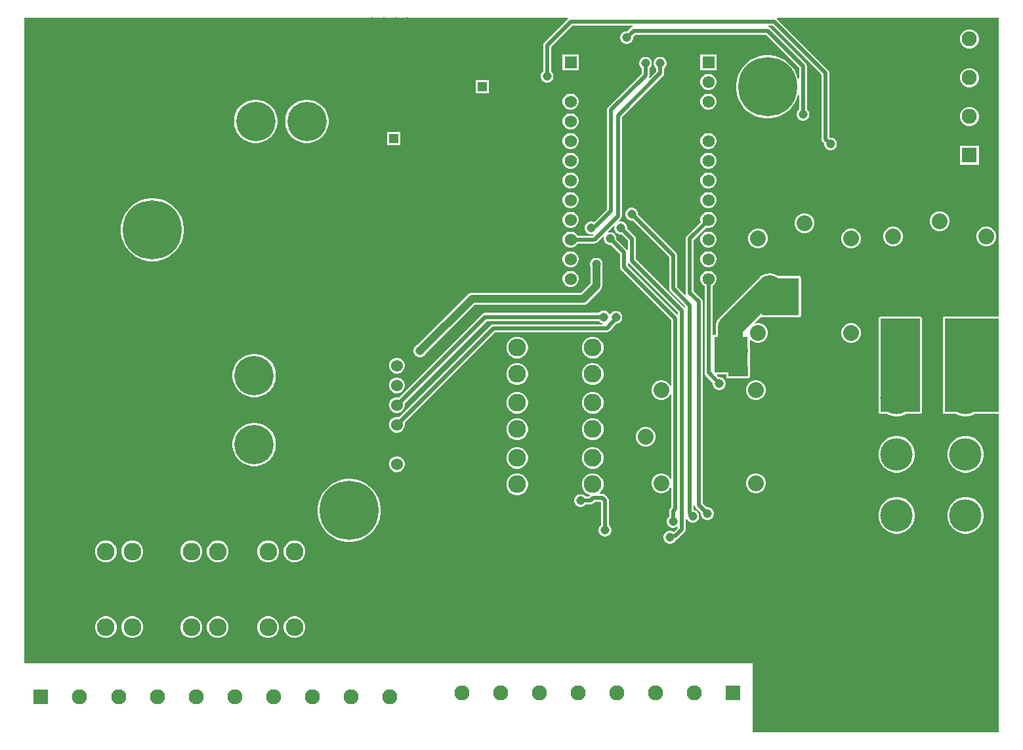
<source format=gbl>
G04*
G04 #@! TF.GenerationSoftware,Altium Limited,Altium Designer,21.6.4 (81)*
G04*
G04 Layer_Physical_Order=2*
G04 Layer_Color=16711680*
%FSLAX25Y25*%
%MOIN*%
G70*
G04*
G04 #@! TF.SameCoordinates,954FB955-D8E7-4683-B3BB-D37EB7A61878*
G04*
G04*
G04 #@! TF.FilePolarity,Positive*
G04*
G01*
G75*
%ADD15C,0.02000*%
%ADD61C,0.12500*%
%ADD62C,0.04000*%
%ADD85C,0.09000*%
%ADD86C,0.07677*%
%ADD87R,0.07677X0.07677*%
%ADD88R,0.07677X0.07677*%
%ADD89C,0.16500*%
%ADD90C,0.04724*%
%ADD91R,0.04724X0.04724*%
%ADD92C,0.20000*%
%ADD93C,0.08000*%
%ADD94C,0.06000*%
%ADD95C,0.06142*%
%ADD96R,0.06142X0.06142*%
%ADD97C,0.04500*%
%ADD98C,0.30000*%
%ADD99R,0.19000X0.19000*%
%ADD100R,0.10000X0.03000*%
%ADD101R,0.17000X0.17930*%
%ADD102R,0.27500X0.47500*%
%ADD103R,0.20000X0.47500*%
G36*
X497500Y217500D02*
Y213520D01*
X470000D01*
X469610Y213442D01*
X469279Y213221D01*
X469058Y212890D01*
X468980Y212500D01*
Y165000D01*
X469058Y164610D01*
X469279Y164279D01*
X469610Y164058D01*
X470000Y163980D01*
X475953D01*
X476219Y163803D01*
X477902Y163105D01*
X479689Y162750D01*
X481511D01*
X483298Y163105D01*
X484981Y163803D01*
X485247Y163980D01*
X497500D01*
Y2500D01*
X372500D01*
Y37500D01*
X2500D01*
Y365000D01*
X278493D01*
X278645Y364500D01*
X278558Y364442D01*
X267558Y353442D01*
X267558Y353442D01*
X266558Y352442D01*
X266116Y351780D01*
X265961Y351000D01*
Y338057D01*
X265399Y337495D01*
X264971Y336754D01*
X264750Y335928D01*
Y335072D01*
X264971Y334246D01*
X265399Y333505D01*
X266004Y332899D01*
X266746Y332471D01*
X267572Y332250D01*
X268428D01*
X269254Y332471D01*
X269995Y332899D01*
X270601Y333505D01*
X271028Y334246D01*
X271250Y335072D01*
Y335928D01*
X271028Y336754D01*
X270601Y337495D01*
X270039Y338057D01*
Y350155D01*
X270442Y350558D01*
X270442Y350558D01*
X280845Y360961D01*
X311557D01*
X311606Y360461D01*
X311220Y360384D01*
X310558Y359942D01*
X308866Y358250D01*
X308072D01*
X307246Y358029D01*
X306505Y357601D01*
X305899Y356996D01*
X305471Y356254D01*
X305250Y355428D01*
Y354572D01*
X305471Y353746D01*
X305899Y353005D01*
X306505Y352399D01*
X307246Y351972D01*
X308072Y351750D01*
X308928D01*
X309754Y351972D01*
X310495Y352399D01*
X311101Y353005D01*
X311528Y353746D01*
X311750Y354572D01*
Y355366D01*
X312845Y356461D01*
X379155D01*
X395961Y339655D01*
Y334273D01*
X395461Y334194D01*
X394828Y336142D01*
X393684Y338386D01*
X392204Y340423D01*
X390423Y342204D01*
X388386Y343684D01*
X386142Y344828D01*
X383747Y345606D01*
X381259Y346000D01*
X378741D01*
X376253Y345606D01*
X373858Y344828D01*
X371614Y343684D01*
X369577Y342204D01*
X367796Y340423D01*
X366316Y338386D01*
X365172Y336142D01*
X364394Y333747D01*
X364000Y331259D01*
Y328741D01*
X364394Y326253D01*
X365172Y323858D01*
X366316Y321614D01*
X367796Y319577D01*
X369577Y317796D01*
X371614Y316316D01*
X373858Y315172D01*
X376253Y314394D01*
X378741Y314000D01*
X381259D01*
X383747Y314394D01*
X386142Y315172D01*
X388386Y316316D01*
X390423Y317796D01*
X392204Y319577D01*
X393684Y321614D01*
X394828Y323858D01*
X395461Y325806D01*
X395961Y325727D01*
Y318557D01*
X395399Y317996D01*
X394971Y317254D01*
X394750Y316428D01*
Y315572D01*
X394971Y314746D01*
X395399Y314004D01*
X396005Y313399D01*
X396746Y312971D01*
X397572Y312750D01*
X398428D01*
X399254Y312971D01*
X399995Y313399D01*
X400601Y314004D01*
X401028Y314746D01*
X401250Y315572D01*
Y316428D01*
X401028Y317254D01*
X400601Y317996D01*
X400039Y318557D01*
Y340500D01*
X399884Y341280D01*
X399442Y341942D01*
X381442Y359942D01*
X380780Y360384D01*
X380394Y360461D01*
X380443Y360961D01*
X382655D01*
X407461Y336155D01*
Y303500D01*
X407616Y302720D01*
X408058Y302058D01*
X408750Y301366D01*
Y300572D01*
X408972Y299746D01*
X409399Y299005D01*
X410005Y298399D01*
X410746Y297972D01*
X411572Y297750D01*
X412428D01*
X413254Y297972D01*
X413996Y298399D01*
X414601Y299005D01*
X415028Y299746D01*
X415250Y300572D01*
Y301428D01*
X415028Y302254D01*
X414601Y302995D01*
X413996Y303601D01*
X413254Y304029D01*
X412428Y304250D01*
X411634D01*
X411539Y304345D01*
Y337000D01*
X411384Y337780D01*
X410942Y338442D01*
X384942Y364442D01*
X384855Y364500D01*
X385007Y365000D01*
X497500D01*
Y217500D01*
D02*
G37*
%LPC*%
G36*
X483137Y359209D02*
X481863D01*
X480632Y358879D01*
X479529Y358242D01*
X478628Y357341D01*
X477991Y356238D01*
X477661Y355007D01*
Y353733D01*
X477991Y352502D01*
X478628Y351399D01*
X479529Y350498D01*
X480632Y349861D01*
X481863Y349532D01*
X483137D01*
X484368Y349861D01*
X485471Y350498D01*
X486372Y351399D01*
X487009Y352502D01*
X487339Y353733D01*
Y355007D01*
X487009Y356238D01*
X486372Y357341D01*
X485471Y358242D01*
X484368Y358879D01*
X483137Y359209D01*
D02*
G37*
G36*
X354071Y346571D02*
X345929D01*
Y338429D01*
X354071D01*
Y346571D01*
D02*
G37*
G36*
X284071D02*
X275929D01*
Y338429D01*
X284071D01*
Y346571D01*
D02*
G37*
G36*
X325928Y345250D02*
X325072D01*
X324246Y345028D01*
X323504Y344601D01*
X322899Y343995D01*
X322471Y343254D01*
X322250Y342428D01*
Y341572D01*
X322471Y340746D01*
X322899Y340004D01*
X323461Y339443D01*
Y337845D01*
X319957Y334341D01*
X319569Y334660D01*
X319884Y335131D01*
X320039Y335912D01*
Y339443D01*
X320601Y340004D01*
X321028Y340746D01*
X321250Y341572D01*
Y342428D01*
X321028Y343254D01*
X320601Y343995D01*
X319995Y344601D01*
X319254Y345028D01*
X318428Y345250D01*
X317572D01*
X316746Y345028D01*
X316004Y344601D01*
X315399Y343995D01*
X314971Y343254D01*
X314750Y342428D01*
Y341572D01*
X314971Y340746D01*
X315399Y340004D01*
X315961Y339443D01*
Y336756D01*
X299058Y319854D01*
X298616Y319192D01*
X298461Y318412D01*
Y267845D01*
X292002Y261386D01*
X291754Y261528D01*
X290928Y261750D01*
X290072D01*
X289246Y261528D01*
X288505Y261101D01*
X287899Y260495D01*
X287472Y259754D01*
X287250Y258928D01*
Y258072D01*
X287472Y257246D01*
X287899Y256505D01*
X288505Y255899D01*
X289246Y255471D01*
X290072Y255250D01*
X290928D01*
X291244Y255335D01*
X291502Y254886D01*
X291155Y254539D01*
X283523D01*
X283258Y255000D01*
X282500Y255757D01*
X281571Y256293D01*
X280536Y256571D01*
X279464D01*
X278429Y256293D01*
X277500Y255757D01*
X276743Y255000D01*
X276207Y254071D01*
X275929Y253036D01*
Y251964D01*
X276207Y250929D01*
X276743Y250000D01*
X277500Y249242D01*
X278429Y248707D01*
X279464Y248429D01*
X280536D01*
X281571Y248707D01*
X282500Y249242D01*
X283258Y250000D01*
X283523Y250461D01*
X292000D01*
X292780Y250616D01*
X293442Y251058D01*
X296386Y254002D01*
X296835Y253744D01*
X296750Y253428D01*
Y252572D01*
X296972Y251746D01*
X297399Y251005D01*
X298005Y250399D01*
X298746Y249972D01*
X299572Y249750D01*
X300366D01*
X304961Y245155D01*
Y238500D01*
X305116Y237720D01*
X305558Y237058D01*
X330961Y211655D01*
Y178502D01*
X330461Y178368D01*
X329985Y179192D01*
X329054Y180123D01*
X327914Y180781D01*
X326642Y181122D01*
X325326D01*
X324054Y180781D01*
X322914Y180123D01*
X321983Y179192D01*
X321325Y178052D01*
X320984Y176780D01*
Y175464D01*
X321325Y174192D01*
X321983Y173052D01*
X322914Y172121D01*
X324054Y171463D01*
X325326Y171122D01*
X326642D01*
X327914Y171463D01*
X329054Y172121D01*
X329985Y173052D01*
X330461Y173876D01*
X330961Y173742D01*
Y131258D01*
X330461Y131124D01*
X329985Y131948D01*
X329054Y132879D01*
X327914Y133537D01*
X326642Y133878D01*
X325326D01*
X324054Y133537D01*
X322914Y132879D01*
X321983Y131948D01*
X321325Y130808D01*
X320984Y129536D01*
Y128220D01*
X321325Y126948D01*
X321983Y125808D01*
X322914Y124877D01*
X324054Y124219D01*
X325326Y123878D01*
X326642D01*
X327914Y124219D01*
X329054Y124877D01*
X329985Y125808D01*
X330461Y126632D01*
X330961Y126498D01*
Y116595D01*
X330558Y116192D01*
X330116Y115530D01*
X329961Y114750D01*
Y112057D01*
X329399Y111495D01*
X328972Y110754D01*
X328750Y109928D01*
Y109072D01*
X328972Y108246D01*
X329399Y107504D01*
X330005Y106899D01*
X330746Y106472D01*
X331572Y106250D01*
X332428D01*
X333254Y106472D01*
X333827Y106802D01*
X334323Y106592D01*
X334366Y106249D01*
X332319Y104203D01*
X331754Y104528D01*
X330928Y104750D01*
X330072D01*
X329246Y104528D01*
X328504Y104101D01*
X327899Y103496D01*
X327471Y102754D01*
X327250Y101928D01*
Y101072D01*
X327471Y100246D01*
X327899Y99505D01*
X328504Y98899D01*
X329246Y98471D01*
X330072Y98250D01*
X330928D01*
X331754Y98471D01*
X332495Y98899D01*
X333101Y99505D01*
X333400Y100023D01*
X333759Y100094D01*
X334420Y100536D01*
X337942Y104058D01*
X337942Y104058D01*
X338384Y104720D01*
X338539Y105500D01*
X338539Y105500D01*
Y110494D01*
X339039Y110628D01*
X339399Y110004D01*
X340004Y109399D01*
X340746Y108972D01*
X341572Y108750D01*
X342428D01*
X343254Y108972D01*
X343995Y109399D01*
X344601Y110004D01*
X345028Y110746D01*
X345250Y111572D01*
Y112428D01*
X345028Y113254D01*
X344601Y113996D01*
X343995Y114601D01*
X343254Y115029D01*
X342539Y115220D01*
Y117396D01*
X343039Y117445D01*
X343116Y117059D01*
X343558Y116397D01*
X346250Y113705D01*
Y113072D01*
X346472Y112246D01*
X346899Y111504D01*
X347504Y110899D01*
X348246Y110471D01*
X349072Y110250D01*
X349928D01*
X350754Y110471D01*
X351496Y110899D01*
X352101Y111504D01*
X352529Y112246D01*
X352750Y113072D01*
Y113928D01*
X352529Y114754D01*
X352101Y115496D01*
X351496Y116101D01*
X350754Y116528D01*
X349928Y116750D01*
X349072D01*
X348994Y116729D01*
X347039Y118684D01*
Y221000D01*
X346884Y221780D01*
X346442Y222442D01*
X342539Y226345D01*
Y252155D01*
X348951Y258567D01*
X349464Y258429D01*
X350536D01*
X351571Y258707D01*
X352500Y259243D01*
X353257Y260000D01*
X353793Y260929D01*
X354071Y261964D01*
Y263036D01*
X353793Y264071D01*
X353257Y265000D01*
X352500Y265757D01*
X351571Y266293D01*
X350536Y266571D01*
X349464D01*
X348429Y266293D01*
X347500Y265757D01*
X346743Y265000D01*
X346207Y264071D01*
X345929Y263036D01*
Y261964D01*
X346067Y261451D01*
X339058Y254442D01*
X338616Y253780D01*
X338461Y253000D01*
Y225500D01*
X338616Y224720D01*
X338217Y224417D01*
X334039Y228595D01*
Y244500D01*
X333884Y245280D01*
X333442Y245942D01*
X333442Y245942D01*
X314250Y265134D01*
Y265928D01*
X314029Y266754D01*
X313601Y267495D01*
X312996Y268101D01*
X312254Y268529D01*
X311428Y268750D01*
X310572D01*
X309746Y268529D01*
X309004Y268101D01*
X308399Y267495D01*
X307972Y266754D01*
X307750Y265928D01*
Y265072D01*
X307972Y264246D01*
X308399Y263505D01*
X309004Y262899D01*
X309746Y262472D01*
X310572Y262250D01*
X311366D01*
X329961Y243655D01*
Y227750D01*
X330116Y226970D01*
X330558Y226308D01*
X338323Y218543D01*
X338286Y218305D01*
X337753Y218131D01*
X313185Y242698D01*
Y252854D01*
X313030Y253634D01*
X312588Y254296D01*
X308750Y258134D01*
Y258928D01*
X308528Y259754D01*
X308101Y260495D01*
X307495Y261101D01*
X306754Y261528D01*
X305928Y261750D01*
X305072D01*
X304756Y261665D01*
X304498Y262114D01*
X305442Y263058D01*
X305884Y263720D01*
X306039Y264500D01*
Y314655D01*
X326942Y335558D01*
X327384Y336220D01*
X327539Y337000D01*
Y339443D01*
X328101Y340004D01*
X328528Y340746D01*
X328750Y341572D01*
Y342428D01*
X328528Y343254D01*
X328101Y343995D01*
X327496Y344601D01*
X326754Y345028D01*
X325928Y345250D01*
D02*
G37*
G36*
X483137Y339524D02*
X481863D01*
X480632Y339194D01*
X479529Y338557D01*
X478628Y337656D01*
X477991Y336553D01*
X477661Y335322D01*
Y334048D01*
X477991Y332817D01*
X478628Y331714D01*
X479529Y330813D01*
X480632Y330176D01*
X481863Y329847D01*
X483137D01*
X484368Y330176D01*
X485471Y330813D01*
X486372Y331714D01*
X487009Y332817D01*
X487339Y334048D01*
Y335322D01*
X487009Y336553D01*
X486372Y337656D01*
X485471Y338557D01*
X484368Y339194D01*
X483137Y339524D01*
D02*
G37*
G36*
X350536Y336571D02*
X349464D01*
X348429Y336293D01*
X347500Y335757D01*
X346743Y335000D01*
X346207Y334071D01*
X345929Y333036D01*
Y331964D01*
X346207Y330929D01*
X346743Y330000D01*
X347500Y329242D01*
X348429Y328707D01*
X349464Y328429D01*
X350536D01*
X351571Y328707D01*
X352500Y329242D01*
X353257Y330000D01*
X353793Y330929D01*
X354071Y331964D01*
Y333036D01*
X353793Y334071D01*
X353257Y335000D01*
X352500Y335757D01*
X351571Y336293D01*
X350536Y336571D01*
D02*
G37*
G36*
X238362Y333520D02*
X231638D01*
Y326795D01*
X238362D01*
Y333520D01*
D02*
G37*
G36*
X350536Y326571D02*
X349464D01*
X348429Y326293D01*
X347500Y325758D01*
X346743Y325000D01*
X346207Y324071D01*
X345929Y323036D01*
Y321964D01*
X346207Y320929D01*
X346743Y320000D01*
X347500Y319243D01*
X348429Y318707D01*
X349464Y318429D01*
X350536D01*
X351571Y318707D01*
X352500Y319243D01*
X353257Y320000D01*
X353793Y320929D01*
X354071Y321964D01*
Y323036D01*
X353793Y324071D01*
X353257Y325000D01*
X352500Y325758D01*
X351571Y326293D01*
X350536Y326571D01*
D02*
G37*
G36*
X280536D02*
X279464D01*
X278429Y326293D01*
X277500Y325758D01*
X276743Y325000D01*
X276207Y324071D01*
X275929Y323036D01*
Y321964D01*
X276207Y320929D01*
X276743Y320000D01*
X277500Y319243D01*
X278429Y318707D01*
X279464Y318429D01*
X280536D01*
X281571Y318707D01*
X282500Y319243D01*
X283258Y320000D01*
X283793Y320929D01*
X284071Y321964D01*
Y323036D01*
X283793Y324071D01*
X283258Y325000D01*
X282500Y325758D01*
X281571Y326293D01*
X280536Y326571D01*
D02*
G37*
G36*
X483137Y319839D02*
X481863D01*
X480632Y319509D01*
X479529Y318872D01*
X478628Y317971D01*
X477991Y316868D01*
X477661Y315637D01*
Y314363D01*
X477991Y313132D01*
X478628Y312029D01*
X479529Y311128D01*
X480632Y310491D01*
X481863Y310161D01*
X483137D01*
X484368Y310491D01*
X485471Y311128D01*
X486372Y312029D01*
X487009Y313132D01*
X487339Y314363D01*
Y315637D01*
X487009Y316868D01*
X486372Y317971D01*
X485471Y318872D01*
X484368Y319509D01*
X483137Y319839D01*
D02*
G37*
G36*
X280536Y316571D02*
X279464D01*
X278429Y316293D01*
X277500Y315757D01*
X276743Y315000D01*
X276207Y314071D01*
X275929Y313036D01*
Y311964D01*
X276207Y310929D01*
X276743Y310000D01*
X277500Y309243D01*
X278429Y308707D01*
X279464Y308429D01*
X280536D01*
X281571Y308707D01*
X282500Y309243D01*
X283258Y310000D01*
X283793Y310929D01*
X284071Y311964D01*
Y313036D01*
X283793Y314071D01*
X283258Y315000D01*
X282500Y315757D01*
X281571Y316293D01*
X280536Y316571D01*
D02*
G37*
G36*
X146866Y323500D02*
X145134D01*
X143424Y323229D01*
X141778Y322694D01*
X140235Y321908D01*
X138834Y320890D01*
X137610Y319666D01*
X136592Y318265D01*
X135806Y316722D01*
X135271Y315076D01*
X135000Y313366D01*
Y311634D01*
X135271Y309924D01*
X135806Y308278D01*
X136592Y306735D01*
X137610Y305334D01*
X138834Y304110D01*
X140235Y303092D01*
X141778Y302306D01*
X143424Y301771D01*
X145134Y301500D01*
X146866D01*
X148576Y301771D01*
X150223Y302306D01*
X151765Y303092D01*
X153166Y304110D01*
X154390Y305334D01*
X155408Y306735D01*
X156194Y308278D01*
X156729Y309924D01*
X157000Y311634D01*
Y313366D01*
X156729Y315076D01*
X156194Y316722D01*
X155408Y318265D01*
X154390Y319666D01*
X153166Y320890D01*
X151765Y321908D01*
X150223Y322694D01*
X148576Y323229D01*
X146866Y323500D01*
D02*
G37*
G36*
X120866D02*
X119134D01*
X117424Y323229D01*
X115778Y322694D01*
X114235Y321908D01*
X112834Y320890D01*
X111610Y319666D01*
X110592Y318265D01*
X109806Y316722D01*
X109271Y315076D01*
X109000Y313366D01*
Y311634D01*
X109271Y309924D01*
X109806Y308278D01*
X110592Y306735D01*
X111610Y305334D01*
X112834Y304110D01*
X114235Y303092D01*
X115778Y302306D01*
X117424Y301771D01*
X119134Y301500D01*
X120866D01*
X122576Y301771D01*
X124223Y302306D01*
X125765Y303092D01*
X127166Y304110D01*
X128390Y305334D01*
X129408Y306735D01*
X130194Y308278D01*
X130729Y309924D01*
X131000Y311634D01*
Y313366D01*
X130729Y315076D01*
X130194Y316722D01*
X129408Y318265D01*
X128390Y319666D01*
X127166Y320890D01*
X125765Y321908D01*
X124223Y322694D01*
X122576Y323229D01*
X120866Y323500D01*
D02*
G37*
G36*
X193362Y307205D02*
X186638D01*
Y300480D01*
X193362D01*
Y307205D01*
D02*
G37*
G36*
X350536Y306571D02*
X349464D01*
X348429Y306293D01*
X347500Y305757D01*
X346743Y305000D01*
X346207Y304071D01*
X345929Y303036D01*
Y301964D01*
X346207Y300929D01*
X346743Y300000D01*
X347500Y299242D01*
X348429Y298707D01*
X349464Y298429D01*
X350536D01*
X351571Y298707D01*
X352500Y299242D01*
X353257Y300000D01*
X353793Y300929D01*
X354071Y301964D01*
Y303036D01*
X353793Y304071D01*
X353257Y305000D01*
X352500Y305757D01*
X351571Y306293D01*
X350536Y306571D01*
D02*
G37*
G36*
X280536D02*
X279464D01*
X278429Y306293D01*
X277500Y305757D01*
X276743Y305000D01*
X276207Y304071D01*
X275929Y303036D01*
Y301964D01*
X276207Y300929D01*
X276743Y300000D01*
X277500Y299242D01*
X278429Y298707D01*
X279464Y298429D01*
X280536D01*
X281571Y298707D01*
X282500Y299242D01*
X283258Y300000D01*
X283793Y300929D01*
X284071Y301964D01*
Y303036D01*
X283793Y304071D01*
X283258Y305000D01*
X282500Y305757D01*
X281571Y306293D01*
X280536Y306571D01*
D02*
G37*
G36*
X487339Y300153D02*
X477661D01*
Y290476D01*
X487339D01*
Y300153D01*
D02*
G37*
G36*
X350536Y296571D02*
X349464D01*
X348429Y296293D01*
X347500Y295758D01*
X346743Y295000D01*
X346207Y294071D01*
X345929Y293036D01*
Y291964D01*
X346207Y290929D01*
X346743Y290000D01*
X347500Y289243D01*
X348429Y288707D01*
X349464Y288429D01*
X350536D01*
X351571Y288707D01*
X352500Y289243D01*
X353257Y290000D01*
X353793Y290929D01*
X354071Y291964D01*
Y293036D01*
X353793Y294071D01*
X353257Y295000D01*
X352500Y295758D01*
X351571Y296293D01*
X350536Y296571D01*
D02*
G37*
G36*
X280536D02*
X279464D01*
X278429Y296293D01*
X277500Y295758D01*
X276743Y295000D01*
X276207Y294071D01*
X275929Y293036D01*
Y291964D01*
X276207Y290929D01*
X276743Y290000D01*
X277500Y289243D01*
X278429Y288707D01*
X279464Y288429D01*
X280536D01*
X281571Y288707D01*
X282500Y289243D01*
X283258Y290000D01*
X283793Y290929D01*
X284071Y291964D01*
Y293036D01*
X283793Y294071D01*
X283258Y295000D01*
X282500Y295758D01*
X281571Y296293D01*
X280536Y296571D01*
D02*
G37*
G36*
X350536Y286571D02*
X349464D01*
X348429Y286293D01*
X347500Y285757D01*
X346743Y285000D01*
X346207Y284071D01*
X345929Y283036D01*
Y281964D01*
X346207Y280929D01*
X346743Y280000D01*
X347500Y279242D01*
X348429Y278707D01*
X349464Y278429D01*
X350536D01*
X351571Y278707D01*
X352500Y279242D01*
X353257Y280000D01*
X353793Y280929D01*
X354071Y281964D01*
Y283036D01*
X353793Y284071D01*
X353257Y285000D01*
X352500Y285757D01*
X351571Y286293D01*
X350536Y286571D01*
D02*
G37*
G36*
X280536D02*
X279464D01*
X278429Y286293D01*
X277500Y285757D01*
X276743Y285000D01*
X276207Y284071D01*
X275929Y283036D01*
Y281964D01*
X276207Y280929D01*
X276743Y280000D01*
X277500Y279242D01*
X278429Y278707D01*
X279464Y278429D01*
X280536D01*
X281571Y278707D01*
X282500Y279242D01*
X283258Y280000D01*
X283793Y280929D01*
X284071Y281964D01*
Y283036D01*
X283793Y284071D01*
X283258Y285000D01*
X282500Y285757D01*
X281571Y286293D01*
X280536Y286571D01*
D02*
G37*
G36*
X350536Y276571D02*
X349464D01*
X348429Y276293D01*
X347500Y275758D01*
X346743Y275000D01*
X346207Y274071D01*
X345929Y273036D01*
Y271964D01*
X346207Y270929D01*
X346743Y270000D01*
X347500Y269243D01*
X348429Y268707D01*
X349464Y268429D01*
X350536D01*
X351571Y268707D01*
X352500Y269243D01*
X353257Y270000D01*
X353793Y270929D01*
X354071Y271964D01*
Y273036D01*
X353793Y274071D01*
X353257Y275000D01*
X352500Y275758D01*
X351571Y276293D01*
X350536Y276571D01*
D02*
G37*
G36*
X280536D02*
X279464D01*
X278429Y276293D01*
X277500Y275758D01*
X276743Y275000D01*
X276207Y274071D01*
X275929Y273036D01*
Y271964D01*
X276207Y270929D01*
X276743Y270000D01*
X277500Y269243D01*
X278429Y268707D01*
X279464Y268429D01*
X280536D01*
X281571Y268707D01*
X282500Y269243D01*
X283258Y270000D01*
X283793Y270929D01*
X284071Y271964D01*
Y273036D01*
X283793Y274071D01*
X283258Y275000D01*
X282500Y275758D01*
X281571Y276293D01*
X280536Y276571D01*
D02*
G37*
G36*
Y266571D02*
X279464D01*
X278429Y266293D01*
X277500Y265757D01*
X276743Y265000D01*
X276207Y264071D01*
X275929Y263036D01*
Y261964D01*
X276207Y260929D01*
X276743Y260000D01*
X277500Y259243D01*
X278429Y258707D01*
X279464Y258429D01*
X280536D01*
X281571Y258707D01*
X282500Y259243D01*
X283258Y260000D01*
X283793Y260929D01*
X284071Y261964D01*
Y263036D01*
X283793Y264071D01*
X283258Y265000D01*
X282500Y265757D01*
X281571Y266293D01*
X280536Y266571D01*
D02*
G37*
G36*
X468158Y266890D02*
X466842D01*
X465570Y266549D01*
X464430Y265891D01*
X463499Y264960D01*
X462841Y263820D01*
X462500Y262548D01*
Y261231D01*
X462841Y259960D01*
X463499Y258820D01*
X464430Y257889D01*
X465570Y257230D01*
X466842Y256890D01*
X468158D01*
X469430Y257230D01*
X470570Y257889D01*
X471501Y258820D01*
X472159Y259960D01*
X472500Y261231D01*
Y262548D01*
X472159Y263820D01*
X471501Y264960D01*
X470570Y265891D01*
X469430Y266549D01*
X468158Y266890D01*
D02*
G37*
G36*
X399536Y265905D02*
X398220D01*
X396948Y265565D01*
X395808Y264907D01*
X394877Y263976D01*
X394219Y262835D01*
X393878Y261564D01*
Y260247D01*
X394219Y258976D01*
X394877Y257835D01*
X395808Y256905D01*
X396948Y256246D01*
X398220Y255906D01*
X399536D01*
X400808Y256246D01*
X401948Y256905D01*
X402879Y257835D01*
X403537Y258976D01*
X403878Y260247D01*
Y261564D01*
X403537Y262835D01*
X402879Y263976D01*
X401948Y264907D01*
X400808Y265565D01*
X399536Y265905D01*
D02*
G37*
G36*
X491780Y259016D02*
X490464D01*
X489192Y258675D01*
X488052Y258017D01*
X487121Y257086D01*
X486463Y255946D01*
X486122Y254674D01*
Y253358D01*
X486463Y252086D01*
X487121Y250946D01*
X488052Y250015D01*
X489192Y249357D01*
X490464Y249016D01*
X491780D01*
X493052Y249357D01*
X494192Y250015D01*
X495123Y250946D01*
X495781Y252086D01*
X496122Y253358D01*
Y254674D01*
X495781Y255946D01*
X495123Y257086D01*
X494192Y258017D01*
X493052Y258675D01*
X491780Y259016D01*
D02*
G37*
G36*
X444536D02*
X443220D01*
X441948Y258675D01*
X440808Y258017D01*
X439877Y257086D01*
X439219Y255946D01*
X438878Y254674D01*
Y253358D01*
X439219Y252086D01*
X439877Y250946D01*
X440808Y250015D01*
X441948Y249357D01*
X443220Y249016D01*
X444536D01*
X445808Y249357D01*
X446948Y250015D01*
X447879Y250946D01*
X448537Y252086D01*
X448878Y253358D01*
Y254674D01*
X448537Y255946D01*
X447879Y257086D01*
X446948Y258017D01*
X445808Y258675D01*
X444536Y259016D01*
D02*
G37*
G36*
X350536Y256571D02*
X349464D01*
X348429Y256293D01*
X347500Y255757D01*
X346743Y255000D01*
X346207Y254071D01*
X345929Y253036D01*
Y251964D01*
X346207Y250929D01*
X346743Y250000D01*
X347500Y249242D01*
X348429Y248707D01*
X349464Y248429D01*
X350536D01*
X351571Y248707D01*
X352500Y249242D01*
X353257Y250000D01*
X353793Y250929D01*
X354071Y251964D01*
Y253036D01*
X353793Y254071D01*
X353257Y255000D01*
X352500Y255757D01*
X351571Y256293D01*
X350536Y256571D01*
D02*
G37*
G36*
X423158Y258032D02*
X421842D01*
X420570Y257691D01*
X419430Y257032D01*
X418499Y256102D01*
X417841Y254961D01*
X417500Y253690D01*
Y252373D01*
X417841Y251102D01*
X418499Y249961D01*
X419430Y249030D01*
X420570Y248372D01*
X421842Y248031D01*
X423158D01*
X424430Y248372D01*
X425570Y249030D01*
X426501Y249961D01*
X427159Y251102D01*
X427500Y252373D01*
Y253690D01*
X427159Y254961D01*
X426501Y256102D01*
X425570Y257032D01*
X424430Y257691D01*
X423158Y258032D01*
D02*
G37*
G36*
X375914D02*
X374598D01*
X373326Y257691D01*
X372186Y257032D01*
X371255Y256102D01*
X370597Y254961D01*
X370256Y253690D01*
Y252373D01*
X370597Y251102D01*
X371255Y249961D01*
X372186Y249030D01*
X373326Y248372D01*
X374598Y248031D01*
X375914D01*
X377186Y248372D01*
X378326Y249030D01*
X379257Y249961D01*
X379915Y251102D01*
X380256Y252373D01*
Y253690D01*
X379915Y254961D01*
X379257Y256102D01*
X378326Y257032D01*
X377186Y257691D01*
X375914Y258032D01*
D02*
G37*
G36*
X68759Y273500D02*
X66241D01*
X63753Y273106D01*
X61358Y272328D01*
X59114Y271184D01*
X57077Y269704D01*
X55296Y267923D01*
X53816Y265886D01*
X52672Y263642D01*
X51894Y261247D01*
X51500Y258759D01*
Y256241D01*
X51894Y253753D01*
X52672Y251358D01*
X53816Y249114D01*
X55296Y247077D01*
X57077Y245296D01*
X59114Y243816D01*
X61358Y242672D01*
X63753Y241894D01*
X66241Y241500D01*
X68759D01*
X71247Y241894D01*
X73642Y242672D01*
X75886Y243816D01*
X77923Y245296D01*
X79704Y247077D01*
X81184Y249114D01*
X82328Y251358D01*
X83106Y253753D01*
X83500Y256241D01*
Y258759D01*
X83106Y261247D01*
X82328Y263642D01*
X81184Y265886D01*
X79704Y267923D01*
X77923Y269704D01*
X75886Y271184D01*
X73642Y272328D01*
X71247Y273106D01*
X68759Y273500D01*
D02*
G37*
G36*
X350536Y246571D02*
X349464D01*
X348429Y246293D01*
X347500Y245758D01*
X346743Y245000D01*
X346207Y244071D01*
X345929Y243036D01*
Y241964D01*
X346207Y240929D01*
X346743Y240000D01*
X347500Y239243D01*
X348429Y238707D01*
X349464Y238429D01*
X350536D01*
X351571Y238707D01*
X352500Y239243D01*
X353257Y240000D01*
X353793Y240929D01*
X354071Y241964D01*
Y243036D01*
X353793Y244071D01*
X353257Y245000D01*
X352500Y245758D01*
X351571Y246293D01*
X350536Y246571D01*
D02*
G37*
G36*
X280536D02*
X279464D01*
X278429Y246293D01*
X277500Y245758D01*
X276743Y245000D01*
X276207Y244071D01*
X275929Y243036D01*
Y241964D01*
X276207Y240929D01*
X276743Y240000D01*
X277500Y239243D01*
X278429Y238707D01*
X279464Y238429D01*
X280536D01*
X281571Y238707D01*
X282500Y239243D01*
X283258Y240000D01*
X283793Y240929D01*
X284071Y241964D01*
Y243036D01*
X283793Y244071D01*
X283258Y245000D01*
X282500Y245758D01*
X281571Y246293D01*
X280536Y246571D01*
D02*
G37*
G36*
Y236571D02*
X279464D01*
X278429Y236293D01*
X277500Y235757D01*
X276743Y235000D01*
X276207Y234071D01*
X275929Y233036D01*
Y231964D01*
X276207Y230929D01*
X276743Y230000D01*
X277500Y229242D01*
X278429Y228707D01*
X279464Y228429D01*
X280536D01*
X281571Y228707D01*
X282500Y229242D01*
X283258Y230000D01*
X283793Y230929D01*
X284071Y231964D01*
Y233036D01*
X283793Y234071D01*
X283258Y235000D01*
X282500Y235757D01*
X281571Y236293D01*
X280536Y236571D01*
D02*
G37*
G36*
X350536D02*
X349464D01*
X348429Y236293D01*
X347500Y235757D01*
X346743Y235000D01*
X346207Y234071D01*
X345929Y233036D01*
Y231964D01*
X346207Y230929D01*
X346743Y230000D01*
X347500Y229242D01*
X347961Y228977D01*
Y185000D01*
X348116Y184220D01*
X348558Y183558D01*
X352250Y179866D01*
Y179072D01*
X352471Y178246D01*
X352899Y177505D01*
X353504Y176899D01*
X354246Y176471D01*
X355072Y176250D01*
X355928D01*
X356754Y176471D01*
X357495Y176899D01*
X358101Y177505D01*
X358528Y178246D01*
X358750Y179072D01*
Y179928D01*
X358528Y180754D01*
X358101Y181495D01*
X357495Y182101D01*
X356754Y182528D01*
X355928Y182750D01*
X355134D01*
X354295Y183589D01*
X354487Y184051D01*
X358980D01*
Y183000D01*
X359058Y182610D01*
X359279Y182279D01*
X359610Y182058D01*
X360000Y181980D01*
X370000D01*
X370390Y182058D01*
X370721Y182279D01*
X370942Y182610D01*
X371020Y183000D01*
Y186000D01*
Y201458D01*
X371520Y201665D01*
X372186Y200999D01*
X373326Y200341D01*
X374598Y200000D01*
X375914D01*
X377186Y200341D01*
X378326Y200999D01*
X379257Y201930D01*
X379915Y203070D01*
X380256Y204342D01*
Y205658D01*
X379915Y206930D01*
X379257Y208070D01*
X378326Y209001D01*
X377186Y209659D01*
X375914Y210000D01*
X374598D01*
X373795Y209785D01*
X373536Y210233D01*
X376461Y213158D01*
X376610Y213058D01*
X377000Y212980D01*
X396000D01*
X396390Y213058D01*
X396721Y213279D01*
X396942Y213610D01*
X397020Y214000D01*
Y233000D01*
X396942Y233390D01*
X396721Y233721D01*
X396390Y233942D01*
X396000Y234020D01*
X385093D01*
X385047Y234057D01*
X383788Y234731D01*
X382421Y235145D01*
X381000Y235285D01*
X379579Y235145D01*
X378212Y234731D01*
X376953Y234057D01*
X376877Y233995D01*
X376610Y233942D01*
X376279Y233721D01*
X376058Y233390D01*
X376042Y233310D01*
X375849Y233151D01*
X355849Y213151D01*
X354943Y212047D01*
X354270Y210788D01*
X353855Y209421D01*
X353715Y208000D01*
Y204020D01*
X353000D01*
X352610Y203942D01*
X352539Y203895D01*
X352039Y204162D01*
Y228977D01*
X352500Y229242D01*
X353257Y230000D01*
X353793Y230929D01*
X354071Y231964D01*
Y233036D01*
X353793Y234071D01*
X353257Y235000D01*
X352500Y235757D01*
X351571Y236293D01*
X350536Y236571D01*
D02*
G37*
G36*
X423158Y210000D02*
X421842D01*
X420570Y209659D01*
X419430Y209001D01*
X418499Y208070D01*
X417841Y206930D01*
X417500Y205658D01*
Y204342D01*
X417841Y203070D01*
X418499Y201930D01*
X419430Y200999D01*
X420570Y200341D01*
X421842Y200000D01*
X423158D01*
X424430Y200341D01*
X425570Y200999D01*
X426501Y201930D01*
X427159Y203070D01*
X427500Y204342D01*
Y205658D01*
X427159Y206930D01*
X426501Y208070D01*
X425570Y209001D01*
X424430Y209659D01*
X423158Y210000D01*
D02*
G37*
G36*
X293428Y243250D02*
X292572D01*
X291746Y243028D01*
X291004Y242601D01*
X290399Y241996D01*
X289971Y241254D01*
X289750Y240428D01*
Y239572D01*
X289971Y238746D01*
X289974Y238741D01*
Y230253D01*
X285247Y225526D01*
X230000D01*
X229217Y225423D01*
X228487Y225120D01*
X227860Y224640D01*
X202251Y199030D01*
X202246Y199029D01*
X201504Y198601D01*
X200899Y197995D01*
X200471Y197254D01*
X200250Y196428D01*
Y195572D01*
X200471Y194746D01*
X200899Y194004D01*
X201504Y193399D01*
X202246Y192972D01*
X203072Y192750D01*
X203928D01*
X204754Y192972D01*
X205496Y193399D01*
X206101Y194004D01*
X206528Y194746D01*
X206530Y194751D01*
X231253Y219474D01*
X286500D01*
X287283Y219577D01*
X288013Y219880D01*
X288640Y220360D01*
X295140Y226860D01*
X295620Y227487D01*
X295923Y228217D01*
X296026Y229000D01*
X296026Y229000D01*
Y238741D01*
X296028Y238746D01*
X296250Y239572D01*
Y240428D01*
X296028Y241254D01*
X295601Y241996D01*
X294995Y242601D01*
X294254Y243028D01*
X293428Y243250D01*
D02*
G37*
G36*
X291924Y203200D02*
X290476D01*
X289077Y202825D01*
X287823Y202101D01*
X286799Y201077D01*
X286075Y199823D01*
X285700Y198424D01*
Y196976D01*
X286075Y195577D01*
X286799Y194323D01*
X287823Y193299D01*
X289077Y192575D01*
X290476Y192200D01*
X291924D01*
X293323Y192575D01*
X294577Y193299D01*
X295601Y194323D01*
X296325Y195577D01*
X296700Y196976D01*
Y198424D01*
X296325Y199823D01*
X295601Y201077D01*
X294577Y202101D01*
X293323Y202825D01*
X291924Y203200D01*
D02*
G37*
G36*
X253524D02*
X252076D01*
X250677Y202825D01*
X249423Y202101D01*
X248399Y201077D01*
X247675Y199823D01*
X247300Y198424D01*
Y196976D01*
X247675Y195577D01*
X248399Y194323D01*
X249423Y193299D01*
X250677Y192575D01*
X252076Y192200D01*
X253524D01*
X254923Y192575D01*
X256177Y193299D01*
X257201Y194323D01*
X257925Y195577D01*
X258300Y196976D01*
Y198424D01*
X257925Y199823D01*
X257201Y201077D01*
X256177Y202101D01*
X254923Y202825D01*
X253524Y203200D01*
D02*
G37*
G36*
X192277Y192500D02*
X191223D01*
X190206Y192227D01*
X189294Y191701D01*
X188549Y190956D01*
X188023Y190044D01*
X187750Y189027D01*
Y187973D01*
X188023Y186956D01*
X188549Y186044D01*
X189294Y185299D01*
X190206Y184773D01*
X191223Y184500D01*
X192277D01*
X193294Y184773D01*
X194206Y185299D01*
X194951Y186044D01*
X195477Y186956D01*
X195750Y187973D01*
Y189027D01*
X195477Y190044D01*
X194951Y190956D01*
X194206Y191701D01*
X193294Y192227D01*
X192277Y192500D01*
D02*
G37*
G36*
X291924Y189800D02*
X290476D01*
X289077Y189425D01*
X287823Y188701D01*
X286799Y187677D01*
X286075Y186423D01*
X285700Y185024D01*
Y183576D01*
X286075Y182177D01*
X286799Y180923D01*
X287823Y179899D01*
X289077Y179175D01*
X290476Y178800D01*
X291924D01*
X293323Y179175D01*
X294577Y179899D01*
X295601Y180923D01*
X296325Y182177D01*
X296700Y183576D01*
Y185024D01*
X296325Y186423D01*
X295601Y187677D01*
X294577Y188701D01*
X293323Y189425D01*
X291924Y189800D01*
D02*
G37*
G36*
X253524D02*
X252076D01*
X250677Y189425D01*
X249423Y188701D01*
X248399Y187677D01*
X247675Y186423D01*
X247300Y185024D01*
Y183576D01*
X247675Y182177D01*
X248399Y180923D01*
X249423Y179899D01*
X250677Y179175D01*
X252076Y178800D01*
X253524D01*
X254923Y179175D01*
X256177Y179899D01*
X257201Y180923D01*
X257925Y182177D01*
X258300Y183576D01*
Y185024D01*
X257925Y186423D01*
X257201Y187677D01*
X256177Y188701D01*
X254923Y189425D01*
X253524Y189800D01*
D02*
G37*
G36*
X192277Y182500D02*
X191223D01*
X190206Y182227D01*
X189294Y181701D01*
X188549Y180956D01*
X188023Y180044D01*
X187750Y179027D01*
Y177973D01*
X188023Y176956D01*
X188549Y176044D01*
X189294Y175299D01*
X190206Y174773D01*
X191223Y174500D01*
X192277D01*
X193294Y174773D01*
X194206Y175299D01*
X194951Y176044D01*
X195477Y176956D01*
X195750Y177973D01*
Y179027D01*
X195477Y180044D01*
X194951Y180956D01*
X194206Y181701D01*
X193294Y182227D01*
X192277Y182500D01*
D02*
G37*
G36*
X120116Y194500D02*
X118384D01*
X116674Y194229D01*
X115027Y193694D01*
X113485Y192908D01*
X112084Y191890D01*
X110860Y190666D01*
X109842Y189265D01*
X109056Y187723D01*
X108521Y186076D01*
X108250Y184366D01*
Y182634D01*
X108521Y180924D01*
X109056Y179278D01*
X109842Y177735D01*
X110860Y176334D01*
X112084Y175110D01*
X113485Y174092D01*
X115027Y173306D01*
X116674Y172771D01*
X118384Y172500D01*
X120116D01*
X121826Y172771D01*
X123472Y173306D01*
X125015Y174092D01*
X126416Y175110D01*
X127640Y176334D01*
X128658Y177735D01*
X129444Y179278D01*
X129979Y180924D01*
X130250Y182634D01*
Y184366D01*
X129979Y186076D01*
X129444Y187723D01*
X128658Y189265D01*
X127640Y190666D01*
X126416Y191890D01*
X125015Y192908D01*
X123472Y193694D01*
X121826Y194229D01*
X120116Y194500D01*
D02*
G37*
G36*
X374674Y181122D02*
X373358D01*
X372086Y180781D01*
X370946Y180123D01*
X370015Y179192D01*
X369356Y178052D01*
X369016Y176780D01*
Y175464D01*
X369356Y174192D01*
X370015Y173052D01*
X370946Y172121D01*
X372086Y171463D01*
X373358Y171122D01*
X374674D01*
X375946Y171463D01*
X377086Y172121D01*
X378017Y173052D01*
X378675Y174192D01*
X379016Y175464D01*
Y176780D01*
X378675Y178052D01*
X378017Y179192D01*
X377086Y180123D01*
X375946Y180781D01*
X374674Y181122D01*
D02*
G37*
G36*
X291924Y175200D02*
X290476D01*
X289077Y174825D01*
X287823Y174101D01*
X286799Y173077D01*
X286075Y171823D01*
X285700Y170424D01*
Y168976D01*
X286075Y167577D01*
X286799Y166323D01*
X287823Y165299D01*
X289077Y164575D01*
X290476Y164200D01*
X291924D01*
X293323Y164575D01*
X294577Y165299D01*
X295601Y166323D01*
X296325Y167577D01*
X296700Y168976D01*
Y170424D01*
X296325Y171823D01*
X295601Y173077D01*
X294577Y174101D01*
X293323Y174825D01*
X291924Y175200D01*
D02*
G37*
G36*
X253524D02*
X252076D01*
X250677Y174825D01*
X249423Y174101D01*
X248399Y173077D01*
X247675Y171823D01*
X247300Y170424D01*
Y168976D01*
X247675Y167577D01*
X248399Y166323D01*
X249423Y165299D01*
X250677Y164575D01*
X252076Y164200D01*
X253524D01*
X254923Y164575D01*
X256177Y165299D01*
X257201Y166323D01*
X257925Y167577D01*
X258300Y168976D01*
Y170424D01*
X257925Y171823D01*
X257201Y173077D01*
X256177Y174101D01*
X254923Y174825D01*
X253524Y175200D01*
D02*
G37*
G36*
X457500Y213520D02*
X437500D01*
X437110Y213442D01*
X436779Y213221D01*
X436558Y212890D01*
X436480Y212500D01*
Y173567D01*
X436350Y172911D01*
Y171089D01*
X436480Y170433D01*
Y165000D01*
X436558Y164610D01*
X436779Y164279D01*
X437110Y164058D01*
X437500Y163980D01*
X440953D01*
X441219Y163803D01*
X442902Y163105D01*
X444689Y162750D01*
X446511D01*
X448298Y163105D01*
X449981Y163803D01*
X450247Y163980D01*
X457500D01*
X457890Y164058D01*
X458221Y164279D01*
X458442Y164610D01*
X458520Y165000D01*
Y212500D01*
X458442Y212890D01*
X458221Y213221D01*
X457890Y213442D01*
X457500Y213520D01*
D02*
G37*
G36*
X297183Y216495D02*
X296327D01*
X295501Y216273D01*
X294760Y215845D01*
X294198Y215284D01*
X236495D01*
X235714Y215129D01*
X235053Y214687D01*
X192742Y172375D01*
X192277Y172500D01*
X191223D01*
X190206Y172227D01*
X189294Y171701D01*
X188549Y170956D01*
X188023Y170044D01*
X187750Y169027D01*
Y167973D01*
X188023Y166956D01*
X188549Y166044D01*
X189294Y165299D01*
X190206Y164773D01*
X191223Y164500D01*
X192277D01*
X193294Y164773D01*
X194206Y165299D01*
X194951Y166044D01*
X195477Y166956D01*
X195750Y167973D01*
Y169027D01*
X195625Y169492D01*
X237339Y211206D01*
X294198D01*
X294760Y210644D01*
X295501Y210216D01*
X296162Y210039D01*
X296096Y209539D01*
X240750D01*
X239970Y209384D01*
X239308Y208942D01*
X239308Y208942D01*
X192742Y162375D01*
X192277Y162500D01*
X191223D01*
X190206Y162227D01*
X189294Y161701D01*
X188549Y160956D01*
X188023Y160044D01*
X187750Y159027D01*
Y157973D01*
X188023Y156956D01*
X188549Y156044D01*
X189294Y155299D01*
X190206Y154773D01*
X191223Y154500D01*
X192277D01*
X193294Y154773D01*
X194206Y155299D01*
X194951Y156044D01*
X195477Y156956D01*
X195750Y157973D01*
Y159027D01*
X195625Y159492D01*
X241595Y205461D01*
X298500D01*
X299280Y205616D01*
X299942Y206058D01*
X301356Y207472D01*
X301798Y208134D01*
X301824Y208264D01*
X303310Y209750D01*
X303428D01*
X304254Y209971D01*
X304995Y210399D01*
X305601Y211004D01*
X306029Y211746D01*
X306250Y212572D01*
Y213428D01*
X306029Y214254D01*
X305601Y214996D01*
X304995Y215601D01*
X304254Y216028D01*
X303428Y216250D01*
X302572D01*
X301746Y216028D01*
X301005Y215601D01*
X300399Y214996D01*
X300224Y214692D01*
X299660Y214714D01*
X299356Y215240D01*
X298751Y215845D01*
X298010Y216273D01*
X297183Y216495D01*
D02*
G37*
G36*
X291924Y161800D02*
X290476D01*
X289077Y161425D01*
X287823Y160701D01*
X286799Y159677D01*
X286075Y158423D01*
X285700Y157024D01*
Y155576D01*
X286075Y154177D01*
X286799Y152923D01*
X287823Y151899D01*
X289077Y151175D01*
X290476Y150800D01*
X291924D01*
X293323Y151175D01*
X294577Y151899D01*
X295601Y152923D01*
X296325Y154177D01*
X296700Y155576D01*
Y157024D01*
X296325Y158423D01*
X295601Y159677D01*
X294577Y160701D01*
X293323Y161425D01*
X291924Y161800D01*
D02*
G37*
G36*
X253524D02*
X252076D01*
X250677Y161425D01*
X249423Y160701D01*
X248399Y159677D01*
X247675Y158423D01*
X247300Y157024D01*
Y155576D01*
X247675Y154177D01*
X248399Y152923D01*
X249423Y151899D01*
X250677Y151175D01*
X252076Y150800D01*
X253524D01*
X254923Y151175D01*
X256177Y151899D01*
X257201Y152923D01*
X257925Y154177D01*
X258300Y155576D01*
Y157024D01*
X257925Y158423D01*
X257201Y159677D01*
X256177Y160701D01*
X254923Y161425D01*
X253524Y161800D01*
D02*
G37*
G36*
X318769Y157500D02*
X317452D01*
X316180Y157159D01*
X315040Y156501D01*
X314109Y155570D01*
X313451Y154430D01*
X313110Y153158D01*
Y151842D01*
X313451Y150570D01*
X314109Y149430D01*
X315040Y148499D01*
X316180Y147841D01*
X317452Y147500D01*
X318769D01*
X320040Y147841D01*
X321180Y148499D01*
X322111Y149430D01*
X322769Y150570D01*
X323110Y151842D01*
Y153158D01*
X322769Y154430D01*
X322111Y155570D01*
X321180Y156501D01*
X320040Y157159D01*
X318769Y157500D01*
D02*
G37*
G36*
X120116Y159500D02*
X118384D01*
X116674Y159229D01*
X115027Y158694D01*
X113485Y157908D01*
X112084Y156890D01*
X110860Y155666D01*
X109842Y154265D01*
X109056Y152723D01*
X108521Y151076D01*
X108250Y149366D01*
Y147634D01*
X108521Y145924D01*
X109056Y144278D01*
X109842Y142735D01*
X110860Y141334D01*
X112084Y140110D01*
X113485Y139092D01*
X115027Y138306D01*
X116674Y137771D01*
X118384Y137500D01*
X120116D01*
X121826Y137771D01*
X123472Y138306D01*
X125015Y139092D01*
X126416Y140110D01*
X127640Y141334D01*
X128658Y142735D01*
X129444Y144278D01*
X129979Y145924D01*
X130250Y147634D01*
Y149366D01*
X129979Y151076D01*
X129444Y152723D01*
X128658Y154265D01*
X127640Y155666D01*
X126416Y156890D01*
X125015Y157908D01*
X123472Y158694D01*
X121826Y159229D01*
X120116Y159500D01*
D02*
G37*
G36*
X291924Y147200D02*
X290476D01*
X289077Y146825D01*
X287823Y146101D01*
X286799Y145077D01*
X286075Y143823D01*
X285700Y142424D01*
Y140976D01*
X286075Y139577D01*
X286799Y138323D01*
X287823Y137299D01*
X289077Y136575D01*
X290476Y136200D01*
X291924D01*
X293323Y136575D01*
X294577Y137299D01*
X295601Y138323D01*
X296325Y139577D01*
X296700Y140976D01*
Y142424D01*
X296325Y143823D01*
X295601Y145077D01*
X294577Y146101D01*
X293323Y146825D01*
X291924Y147200D01*
D02*
G37*
G36*
X253524D02*
X252076D01*
X250677Y146825D01*
X249423Y146101D01*
X248399Y145077D01*
X247675Y143823D01*
X247300Y142424D01*
Y140976D01*
X247675Y139577D01*
X248399Y138323D01*
X249423Y137299D01*
X250677Y136575D01*
X252076Y136200D01*
X253524D01*
X254923Y136575D01*
X256177Y137299D01*
X257201Y138323D01*
X257925Y139577D01*
X258300Y140976D01*
Y142424D01*
X257925Y143823D01*
X257201Y145077D01*
X256177Y146101D01*
X254923Y146825D01*
X253524Y147200D01*
D02*
G37*
G36*
X192277Y142500D02*
X191223D01*
X190206Y142227D01*
X189294Y141701D01*
X188549Y140956D01*
X188023Y140044D01*
X187750Y139027D01*
Y137973D01*
X188023Y136956D01*
X188549Y136044D01*
X189294Y135299D01*
X190206Y134773D01*
X191223Y134500D01*
X192277D01*
X193294Y134773D01*
X194206Y135299D01*
X194951Y136044D01*
X195477Y136956D01*
X195750Y137973D01*
Y139027D01*
X195477Y140044D01*
X194951Y140956D01*
X194206Y141701D01*
X193294Y142227D01*
X192277Y142500D01*
D02*
G37*
G36*
X481511Y152750D02*
X479689D01*
X477902Y152394D01*
X476219Y151697D01*
X474704Y150685D01*
X473415Y149397D01*
X472403Y147881D01*
X471705Y146198D01*
X471350Y144411D01*
Y142589D01*
X471705Y140802D01*
X472403Y139119D01*
X473415Y137603D01*
X474704Y136315D01*
X476219Y135303D01*
X477902Y134606D01*
X479689Y134250D01*
X481511D01*
X483298Y134606D01*
X484981Y135303D01*
X486496Y136315D01*
X487785Y137603D01*
X488797Y139119D01*
X489495Y140802D01*
X489850Y142589D01*
Y144411D01*
X489495Y146198D01*
X488797Y147881D01*
X487785Y149397D01*
X486496Y150685D01*
X484981Y151697D01*
X483298Y152394D01*
X481511Y152750D01*
D02*
G37*
G36*
X446511D02*
X444689D01*
X442902Y152394D01*
X441219Y151697D01*
X439704Y150685D01*
X438415Y149397D01*
X437403Y147881D01*
X436705Y146198D01*
X436350Y144411D01*
Y142589D01*
X436705Y140802D01*
X437403Y139119D01*
X438415Y137603D01*
X439704Y136315D01*
X441219Y135303D01*
X442902Y134606D01*
X444689Y134250D01*
X446511D01*
X448298Y134606D01*
X449981Y135303D01*
X451497Y136315D01*
X452785Y137603D01*
X453797Y139119D01*
X454494Y140802D01*
X454850Y142589D01*
Y144411D01*
X454494Y146198D01*
X453797Y147881D01*
X452785Y149397D01*
X451497Y150685D01*
X449981Y151697D01*
X448298Y152394D01*
X446511Y152750D01*
D02*
G37*
G36*
X374674Y133878D02*
X373358D01*
X372086Y133537D01*
X370946Y132879D01*
X370015Y131948D01*
X369356Y130808D01*
X369016Y129536D01*
Y128220D01*
X369356Y126948D01*
X370015Y125808D01*
X370946Y124877D01*
X372086Y124219D01*
X373358Y123878D01*
X374674D01*
X375946Y124219D01*
X377086Y124877D01*
X378017Y125808D01*
X378675Y126948D01*
X379016Y128220D01*
Y129536D01*
X378675Y130808D01*
X378017Y131948D01*
X377086Y132879D01*
X375946Y133537D01*
X374674Y133878D01*
D02*
G37*
G36*
X253524Y133800D02*
X252076D01*
X250677Y133425D01*
X249423Y132701D01*
X248399Y131677D01*
X247675Y130423D01*
X247300Y129024D01*
Y127576D01*
X247675Y126177D01*
X248399Y124923D01*
X249423Y123899D01*
X250677Y123175D01*
X252076Y122800D01*
X253524D01*
X254923Y123175D01*
X256177Y123899D01*
X257201Y124923D01*
X257925Y126177D01*
X258300Y127576D01*
Y129024D01*
X257925Y130423D01*
X257201Y131677D01*
X256177Y132701D01*
X254923Y133425D01*
X253524Y133800D01*
D02*
G37*
G36*
X291924D02*
X290476D01*
X289077Y133425D01*
X287823Y132701D01*
X286799Y131677D01*
X286075Y130423D01*
X285700Y129024D01*
Y127576D01*
X286075Y126177D01*
X286799Y124923D01*
X287823Y123899D01*
X289077Y123175D01*
X289621Y123029D01*
X289751Y122546D01*
X289405Y122201D01*
X287395D01*
X286996Y122601D01*
X286254Y123029D01*
X285428Y123250D01*
X284572D01*
X283746Y123029D01*
X283004Y122601D01*
X282399Y121995D01*
X281972Y121254D01*
X281750Y120428D01*
Y119572D01*
X281972Y118746D01*
X282399Y118005D01*
X283004Y117399D01*
X283746Y116972D01*
X284572Y116750D01*
X285428D01*
X286254Y116972D01*
X286996Y117399D01*
X287601Y118005D01*
X287669Y118123D01*
X290250D01*
X291030Y118278D01*
X291692Y118720D01*
X292433Y119461D01*
X295155D01*
X295461Y119155D01*
Y107557D01*
X294899Y106995D01*
X294472Y106254D01*
X294250Y105428D01*
Y104572D01*
X294472Y103746D01*
X294899Y103005D01*
X295504Y102399D01*
X296246Y101971D01*
X297072Y101750D01*
X297928D01*
X298754Y101971D01*
X299496Y102399D01*
X300101Y103005D01*
X300529Y103746D01*
X300750Y104572D01*
Y105428D01*
X300529Y106254D01*
X300101Y106995D01*
X299539Y107557D01*
Y120000D01*
X299384Y120780D01*
X298942Y121442D01*
X297442Y122942D01*
X296780Y123384D01*
X296000Y123539D01*
X294916D01*
X294717Y124039D01*
X295601Y124923D01*
X296325Y126177D01*
X296700Y127576D01*
Y129024D01*
X296325Y130423D01*
X295601Y131677D01*
X294577Y132701D01*
X293323Y133425D01*
X291924Y133800D01*
D02*
G37*
G36*
X481511Y121750D02*
X479689D01*
X477902Y121395D01*
X476219Y120697D01*
X474704Y119685D01*
X473415Y118396D01*
X472403Y116882D01*
X471705Y115198D01*
X471350Y113411D01*
Y111589D01*
X471705Y109802D01*
X472403Y108118D01*
X473415Y106604D01*
X474704Y105315D01*
X476219Y104303D01*
X477902Y103605D01*
X479689Y103250D01*
X481511D01*
X483298Y103605D01*
X484981Y104303D01*
X486496Y105315D01*
X487785Y106604D01*
X488797Y108118D01*
X489495Y109802D01*
X489850Y111589D01*
Y113411D01*
X489495Y115198D01*
X488797Y116882D01*
X487785Y118396D01*
X486496Y119685D01*
X484981Y120697D01*
X483298Y121395D01*
X481511Y121750D01*
D02*
G37*
G36*
X446511D02*
X444689D01*
X442902Y121395D01*
X441219Y120697D01*
X439704Y119685D01*
X438415Y118396D01*
X437403Y116882D01*
X436705Y115198D01*
X436350Y113411D01*
Y111589D01*
X436705Y109802D01*
X437403Y108118D01*
X438415Y106604D01*
X439704Y105315D01*
X441219Y104303D01*
X442902Y103605D01*
X444689Y103250D01*
X446511D01*
X448298Y103605D01*
X449981Y104303D01*
X451497Y105315D01*
X452785Y106604D01*
X453797Y108118D01*
X454494Y109802D01*
X454850Y111589D01*
Y113411D01*
X454494Y115198D01*
X453797Y116882D01*
X452785Y118396D01*
X451497Y119685D01*
X449981Y120697D01*
X448298Y121395D01*
X446511Y121750D01*
D02*
G37*
G36*
X168759Y131000D02*
X166241D01*
X163753Y130606D01*
X161358Y129828D01*
X159114Y128684D01*
X157077Y127204D01*
X155296Y125423D01*
X153816Y123386D01*
X152672Y121142D01*
X151894Y118747D01*
X151500Y116259D01*
Y113741D01*
X151894Y111253D01*
X152672Y108858D01*
X153816Y106614D01*
X155296Y104577D01*
X157077Y102796D01*
X159114Y101316D01*
X161358Y100172D01*
X163753Y99394D01*
X166241Y99000D01*
X168759D01*
X171247Y99394D01*
X173642Y100172D01*
X175886Y101316D01*
X177923Y102796D01*
X179704Y104577D01*
X181184Y106614D01*
X182328Y108858D01*
X183106Y111253D01*
X183500Y113741D01*
Y116259D01*
X183106Y118747D01*
X182328Y121142D01*
X181184Y123386D01*
X179704Y125423D01*
X177923Y127204D01*
X175886Y128684D01*
X173642Y129828D01*
X171247Y130606D01*
X168759Y131000D01*
D02*
G37*
G36*
X140424Y99700D02*
X138976D01*
X137577Y99325D01*
X136323Y98601D01*
X135299Y97577D01*
X134575Y96323D01*
X134200Y94924D01*
Y93476D01*
X134575Y92077D01*
X135299Y90823D01*
X136323Y89799D01*
X137577Y89075D01*
X138976Y88700D01*
X140424D01*
X141823Y89075D01*
X143077Y89799D01*
X144101Y90823D01*
X144825Y92077D01*
X145200Y93476D01*
Y94924D01*
X144825Y96323D01*
X144101Y97577D01*
X143077Y98601D01*
X141823Y99325D01*
X140424Y99700D01*
D02*
G37*
G36*
X127024D02*
X125576D01*
X124177Y99325D01*
X122923Y98601D01*
X121899Y97577D01*
X121175Y96323D01*
X120800Y94924D01*
Y93476D01*
X121175Y92077D01*
X121899Y90823D01*
X122923Y89799D01*
X124177Y89075D01*
X125576Y88700D01*
X127024D01*
X128423Y89075D01*
X129677Y89799D01*
X130701Y90823D01*
X131425Y92077D01*
X131800Y93476D01*
Y94924D01*
X131425Y96323D01*
X130701Y97577D01*
X129677Y98601D01*
X128423Y99325D01*
X127024Y99700D01*
D02*
G37*
G36*
X101424D02*
X99976D01*
X98577Y99325D01*
X97323Y98601D01*
X96299Y97577D01*
X95575Y96323D01*
X95200Y94924D01*
Y93476D01*
X95575Y92077D01*
X96299Y90823D01*
X97323Y89799D01*
X98577Y89075D01*
X99976Y88700D01*
X101424D01*
X102823Y89075D01*
X104077Y89799D01*
X105101Y90823D01*
X105825Y92077D01*
X106200Y93476D01*
Y94924D01*
X105825Y96323D01*
X105101Y97577D01*
X104077Y98601D01*
X102823Y99325D01*
X101424Y99700D01*
D02*
G37*
G36*
X88024D02*
X86576D01*
X85177Y99325D01*
X83923Y98601D01*
X82899Y97577D01*
X82175Y96323D01*
X81800Y94924D01*
Y93476D01*
X82175Y92077D01*
X82899Y90823D01*
X83923Y89799D01*
X85177Y89075D01*
X86576Y88700D01*
X88024D01*
X89423Y89075D01*
X90677Y89799D01*
X91701Y90823D01*
X92425Y92077D01*
X92800Y93476D01*
Y94924D01*
X92425Y96323D01*
X91701Y97577D01*
X90677Y98601D01*
X89423Y99325D01*
X88024Y99700D01*
D02*
G37*
G36*
X58024D02*
X56576D01*
X55177Y99325D01*
X53923Y98601D01*
X52899Y97577D01*
X52175Y96323D01*
X51800Y94924D01*
Y93476D01*
X52175Y92077D01*
X52899Y90823D01*
X53923Y89799D01*
X55177Y89075D01*
X56576Y88700D01*
X58024D01*
X59423Y89075D01*
X60677Y89799D01*
X61701Y90823D01*
X62425Y92077D01*
X62800Y93476D01*
Y94924D01*
X62425Y96323D01*
X61701Y97577D01*
X60677Y98601D01*
X59423Y99325D01*
X58024Y99700D01*
D02*
G37*
G36*
X44624D02*
X43176D01*
X41777Y99325D01*
X40523Y98601D01*
X39499Y97577D01*
X38775Y96323D01*
X38400Y94924D01*
Y93476D01*
X38775Y92077D01*
X39499Y90823D01*
X40523Y89799D01*
X41777Y89075D01*
X43176Y88700D01*
X44624D01*
X46023Y89075D01*
X47277Y89799D01*
X48301Y90823D01*
X49025Y92077D01*
X49400Y93476D01*
Y94924D01*
X49025Y96323D01*
X48301Y97577D01*
X47277Y98601D01*
X46023Y99325D01*
X44624Y99700D01*
D02*
G37*
G36*
X140424Y61300D02*
X138976D01*
X137577Y60925D01*
X136323Y60201D01*
X135299Y59177D01*
X134575Y57923D01*
X134200Y56524D01*
Y55076D01*
X134575Y53677D01*
X135299Y52423D01*
X136323Y51399D01*
X137577Y50675D01*
X138976Y50300D01*
X140424D01*
X141823Y50675D01*
X143077Y51399D01*
X144101Y52423D01*
X144825Y53677D01*
X145200Y55076D01*
Y56524D01*
X144825Y57923D01*
X144101Y59177D01*
X143077Y60201D01*
X141823Y60925D01*
X140424Y61300D01*
D02*
G37*
G36*
X127024D02*
X125576D01*
X124177Y60925D01*
X122923Y60201D01*
X121899Y59177D01*
X121175Y57923D01*
X120800Y56524D01*
Y55076D01*
X121175Y53677D01*
X121899Y52423D01*
X122923Y51399D01*
X124177Y50675D01*
X125576Y50300D01*
X127024D01*
X128423Y50675D01*
X129677Y51399D01*
X130701Y52423D01*
X131425Y53677D01*
X131800Y55076D01*
Y56524D01*
X131425Y57923D01*
X130701Y59177D01*
X129677Y60201D01*
X128423Y60925D01*
X127024Y61300D01*
D02*
G37*
G36*
X101424D02*
X99976D01*
X98577Y60925D01*
X97323Y60201D01*
X96299Y59177D01*
X95575Y57923D01*
X95200Y56524D01*
Y55076D01*
X95575Y53677D01*
X96299Y52423D01*
X97323Y51399D01*
X98577Y50675D01*
X99976Y50300D01*
X101424D01*
X102823Y50675D01*
X104077Y51399D01*
X105101Y52423D01*
X105825Y53677D01*
X106200Y55076D01*
Y56524D01*
X105825Y57923D01*
X105101Y59177D01*
X104077Y60201D01*
X102823Y60925D01*
X101424Y61300D01*
D02*
G37*
G36*
X88024D02*
X86576D01*
X85177Y60925D01*
X83923Y60201D01*
X82899Y59177D01*
X82175Y57923D01*
X81800Y56524D01*
Y55076D01*
X82175Y53677D01*
X82899Y52423D01*
X83923Y51399D01*
X85177Y50675D01*
X86576Y50300D01*
X88024D01*
X89423Y50675D01*
X90677Y51399D01*
X91701Y52423D01*
X92425Y53677D01*
X92800Y55076D01*
Y56524D01*
X92425Y57923D01*
X91701Y59177D01*
X90677Y60201D01*
X89423Y60925D01*
X88024Y61300D01*
D02*
G37*
G36*
X58024D02*
X56576D01*
X55177Y60925D01*
X53923Y60201D01*
X52899Y59177D01*
X52175Y57923D01*
X51800Y56524D01*
Y55076D01*
X52175Y53677D01*
X52899Y52423D01*
X53923Y51399D01*
X55177Y50675D01*
X56576Y50300D01*
X58024D01*
X59423Y50675D01*
X60677Y51399D01*
X61701Y52423D01*
X62425Y53677D01*
X62800Y55076D01*
Y56524D01*
X62425Y57923D01*
X61701Y59177D01*
X60677Y60201D01*
X59423Y60925D01*
X58024Y61300D01*
D02*
G37*
G36*
X44624D02*
X43176D01*
X41777Y60925D01*
X40523Y60201D01*
X39499Y59177D01*
X38775Y57923D01*
X38400Y56524D01*
Y55076D01*
X38775Y53677D01*
X39499Y52423D01*
X40523Y51399D01*
X41777Y50675D01*
X43176Y50300D01*
X44624D01*
X46023Y50675D01*
X47277Y51399D01*
X48301Y52423D01*
X49025Y53677D01*
X49400Y55076D01*
Y56524D01*
X49025Y57923D01*
X48301Y59177D01*
X47277Y60201D01*
X46023Y60925D01*
X44624Y61300D01*
D02*
G37*
%LPD*%
G36*
X302335Y259244D02*
X302250Y258928D01*
Y258072D01*
X302471Y257246D01*
X302899Y256505D01*
X303504Y255899D01*
X304246Y255471D01*
X305072Y255250D01*
X305866D01*
X309107Y252009D01*
Y247346D01*
X308607Y247195D01*
X308442Y247442D01*
X308442Y247442D01*
X303250Y252634D01*
Y253428D01*
X303028Y254254D01*
X302601Y254995D01*
X301995Y255601D01*
X301254Y256029D01*
X300428Y256250D01*
X299572D01*
X299256Y256165D01*
X298997Y256614D01*
X301886Y259503D01*
X302335Y259244D01*
D02*
G37*
G36*
X309704Y240412D02*
X334461Y215655D01*
Y214630D01*
X333961Y214423D01*
X309039Y239345D01*
Y240507D01*
X309539Y240659D01*
X309704Y240412D01*
D02*
G37*
D15*
X350000Y185000D02*
Y232500D01*
Y185000D02*
X355500Y179500D01*
X345000Y117839D02*
Y221000D01*
X349339Y113500D02*
X349500D01*
X340500Y225500D02*
X345000Y221000D01*
X332000Y227750D02*
X340500Y219250D01*
Y113500D02*
X342000Y112000D01*
X345000Y117839D02*
X349339Y113500D01*
X340500D02*
Y219250D01*
X299914Y208914D02*
Y209238D01*
X298500Y207500D02*
X299914Y208914D01*
X303000Y212323D02*
Y213000D01*
X299914Y209238D02*
X303000Y212323D01*
X191750Y168500D02*
X236495Y213245D01*
X296755D01*
X285162Y120162D02*
X290250D01*
X291588Y121500D02*
X296000D01*
X285000Y120000D02*
X285162Y120162D01*
X290250D02*
X291588Y121500D01*
X296000D02*
X297500Y120000D01*
Y105000D02*
Y120000D01*
X191750Y158500D02*
X240750Y207500D01*
X298500D01*
X332978Y101978D02*
X336500Y105500D01*
X330500Y101500D02*
X330978Y101978D01*
X336500Y105500D02*
Y216500D01*
X330978Y101978D02*
X332978D01*
X332000Y109500D02*
Y114750D01*
X333000Y115750D01*
Y212500D01*
X311146Y241854D02*
X336500Y216500D01*
X307000Y238500D02*
X333000Y212500D01*
X340500Y225500D02*
Y253000D01*
X332000Y227750D02*
Y244500D01*
X311000Y265500D02*
X332000Y244500D01*
X305500Y258500D02*
X311146Y252854D01*
Y241854D02*
Y252854D01*
X304000Y264500D02*
Y315500D01*
X292000Y252500D02*
X304000Y264500D01*
Y315500D02*
X325500Y337000D01*
X292478Y258978D02*
X300500Y267000D01*
Y318412D02*
X318000Y335912D01*
X300500Y267000D02*
Y318412D01*
X380000Y358500D02*
X398000Y340500D01*
X308500Y355000D02*
X312000Y358500D01*
X380000D01*
X269000Y352000D02*
X280000Y363000D01*
X383500D02*
X409500Y337000D01*
X280000Y363000D02*
X383500D01*
X269000Y352000D02*
X269000D01*
X268000Y351000D02*
X269000Y352000D01*
X409500Y303500D02*
Y337000D01*
Y303500D02*
X412000Y301000D01*
X268000Y335500D02*
Y351000D01*
X398000Y316000D02*
Y340500D01*
X290500Y258500D02*
X290978Y258978D01*
X292478D01*
X318000Y335912D02*
Y342000D01*
X325500Y337000D02*
Y342000D01*
X280000Y252500D02*
X292000D01*
X300000Y253000D02*
X307000Y246000D01*
Y238500D02*
Y246000D01*
X340500Y253000D02*
X350000Y262500D01*
D61*
X361000Y197000D02*
Y208000D01*
X381000Y228000D01*
D62*
X203500Y196000D02*
X230000Y222500D01*
X286500D02*
X293000Y229000D01*
X230000Y222500D02*
X286500D01*
X293000Y229000D02*
Y240000D01*
D85*
X291200Y197700D02*
D03*
Y184300D02*
D03*
X252800Y197700D02*
D03*
Y184300D02*
D03*
X291200Y169700D02*
D03*
Y156300D02*
D03*
X252800Y169700D02*
D03*
Y156300D02*
D03*
X126300Y94200D02*
D03*
X139700D02*
D03*
X126300Y55800D02*
D03*
X139700D02*
D03*
X87300Y94200D02*
D03*
X100700D02*
D03*
X87300Y55800D02*
D03*
X100700D02*
D03*
X43900Y94200D02*
D03*
X57300D02*
D03*
X43900Y55800D02*
D03*
X57300D02*
D03*
X291200Y141700D02*
D03*
Y128300D02*
D03*
X252800Y141700D02*
D03*
Y128300D02*
D03*
D86*
X482500Y354370D02*
D03*
Y334685D02*
D03*
Y315000D02*
D03*
X224675Y22500D02*
D03*
X244360D02*
D03*
X264045D02*
D03*
X283730D02*
D03*
X303415D02*
D03*
X323100D02*
D03*
X342785D02*
D03*
X30620Y20472D02*
D03*
X50305D02*
D03*
X69990D02*
D03*
X89675D02*
D03*
X109360D02*
D03*
X129045D02*
D03*
X148730D02*
D03*
X168415D02*
D03*
X188100D02*
D03*
D87*
X482500Y295315D02*
D03*
D88*
X362470Y22500D02*
D03*
X10935Y20472D02*
D03*
D89*
X480600Y172000D02*
D03*
Y143500D02*
D03*
Y112500D02*
D03*
X445600D02*
D03*
Y143500D02*
D03*
Y172000D02*
D03*
X410600D02*
D03*
Y143500D02*
D03*
Y112500D02*
D03*
D90*
X190000Y284157D02*
D03*
X235000Y349843D02*
D03*
D91*
X190000Y303842D02*
D03*
X235000Y330157D02*
D03*
D92*
X120000Y347500D02*
D03*
X146000D02*
D03*
X120000Y312500D02*
D03*
X146000D02*
D03*
X119250Y148500D02*
D03*
Y183500D02*
D03*
D93*
X467500Y261890D02*
D03*
X443878Y254016D02*
D03*
X374016Y128878D02*
D03*
X325984D02*
D03*
X318110Y152500D02*
D03*
X325984Y176122D02*
D03*
X374016D02*
D03*
X375256Y205000D02*
D03*
Y253031D02*
D03*
X398878Y260906D02*
D03*
X422500Y253031D02*
D03*
Y205000D02*
D03*
X443878Y205984D02*
D03*
X491122Y254016D02*
D03*
Y205984D02*
D03*
X366000Y196000D02*
D03*
Y187000D02*
D03*
X357000Y199000D02*
D03*
Y190000D02*
D03*
X381000Y219000D02*
D03*
Y228000D02*
D03*
X391000Y219000D02*
D03*
Y228000D02*
D03*
D94*
X191750Y138500D02*
D03*
Y148500D02*
D03*
Y158500D02*
D03*
Y188500D02*
D03*
Y178500D02*
D03*
Y168500D02*
D03*
D95*
X350000Y302500D02*
D03*
Y312500D02*
D03*
Y322500D02*
D03*
Y332500D02*
D03*
Y252500D02*
D03*
Y262500D02*
D03*
Y272500D02*
D03*
Y282500D02*
D03*
Y292500D02*
D03*
Y242500D02*
D03*
Y232500D02*
D03*
X280000Y302500D02*
D03*
Y312500D02*
D03*
Y322500D02*
D03*
Y332500D02*
D03*
Y252500D02*
D03*
Y262500D02*
D03*
Y272500D02*
D03*
Y282500D02*
D03*
Y292500D02*
D03*
Y242500D02*
D03*
Y232500D02*
D03*
D96*
X350000Y342500D02*
D03*
X280000D02*
D03*
D97*
X355500Y179500D02*
D03*
X303000Y213000D02*
D03*
X296755Y213245D02*
D03*
X285000Y120000D02*
D03*
X290000Y105000D02*
D03*
X297500D02*
D03*
X211000Y273000D02*
D03*
Y264000D02*
D03*
X254000D02*
D03*
X420000Y327500D02*
D03*
X370030Y299530D02*
D03*
X342000Y112000D02*
D03*
X349500Y113500D02*
D03*
X330500Y101500D02*
D03*
X332000Y109500D02*
D03*
X311000Y265500D02*
D03*
X412000Y301000D02*
D03*
X268000Y335500D02*
D03*
X308500Y355000D02*
D03*
X398000Y316000D02*
D03*
X318000Y342000D02*
D03*
X290500Y258500D02*
D03*
X305500D02*
D03*
X293000Y240000D02*
D03*
X300000Y253000D02*
D03*
X325500Y342000D02*
D03*
X203500Y196000D02*
D03*
X391929Y305429D02*
D03*
X420000Y287500D02*
D03*
Y295000D02*
D03*
Y307500D02*
D03*
Y315000D02*
D03*
Y335000D02*
D03*
Y347500D02*
D03*
Y355000D02*
D03*
X371500Y80000D02*
D03*
Y85000D02*
D03*
Y90000D02*
D03*
X376500D02*
D03*
X371500Y95000D02*
D03*
X376500D02*
D03*
X344000Y80000D02*
D03*
Y85000D02*
D03*
Y90000D02*
D03*
X349000D02*
D03*
X344000Y95000D02*
D03*
X349000D02*
D03*
X316500Y80000D02*
D03*
Y85000D02*
D03*
Y90000D02*
D03*
X321500D02*
D03*
X316500Y95000D02*
D03*
X321500D02*
D03*
X289000Y80000D02*
D03*
Y85000D02*
D03*
Y90000D02*
D03*
X294000D02*
D03*
X289000Y95000D02*
D03*
X294000D02*
D03*
X261500Y80000D02*
D03*
Y85000D02*
D03*
Y90000D02*
D03*
X266500D02*
D03*
X261500Y95000D02*
D03*
X266500D02*
D03*
X179000Y80000D02*
D03*
Y85000D02*
D03*
Y90000D02*
D03*
X184000D02*
D03*
X179000Y95000D02*
D03*
X184000D02*
D03*
X234000Y80000D02*
D03*
Y85000D02*
D03*
Y90000D02*
D03*
X239000D02*
D03*
X234000Y95000D02*
D03*
X239000D02*
D03*
X211500D02*
D03*
X206500D02*
D03*
X211500Y90000D02*
D03*
X206500D02*
D03*
Y85000D02*
D03*
Y80000D02*
D03*
X197000Y363000D02*
D03*
X191000D02*
D03*
X185000D02*
D03*
X179000D02*
D03*
X164000Y331000D02*
D03*
X208000Y314000D02*
D03*
D98*
X380000Y330000D02*
D03*
X167500Y115000D02*
D03*
X67500Y257500D02*
D03*
D99*
X386500Y223500D02*
D03*
D100*
X365000Y184500D02*
D03*
D101*
X361500Y194035D02*
D03*
D102*
X483750Y188750D02*
D03*
D103*
X447500D02*
D03*
M02*

</source>
